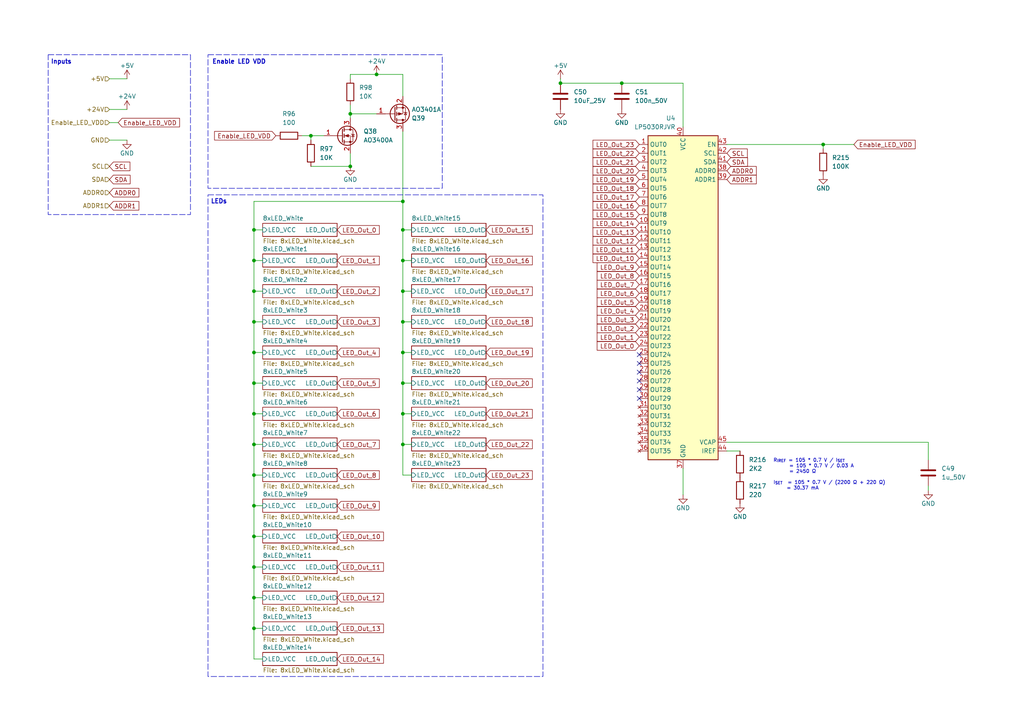
<source format=kicad_sch>
(kicad_sch (version 20231120) (generator "eeschema") (generator_version "8.0")
  (paper "A4")
  (lib_symbols
    (symbol "_C_0402:100n_50V" (pin_numbers hide) (pin_names (offset 0.254))
      (property "Reference" "C" (at 0.635 2.54 0))
      (property "Value" "100n_50V" (at 0.635 -2.54 0))
      (symbol "100n_50V_0_1"
        (polyline (pts (xy -2.032 -0.762) (xy 2.032 -0.762)) (stroke (width 0.508)))
        (polyline (pts (xy -2.032 0.762) (xy 2.032 0.762)) (stroke (width 0.508)))
      )
      (symbol "100n_50V_1_1"
        (pin passive line (at 0 3.81 270) (length 2.794) (name "~") (number "1"))
        (pin passive line (at 0 -3.81 90) (length 2.794) (name "~") (number "2"))
      )
    )
    (symbol "_C_0603:10uF_25V" (pin_numbers hide) (pin_names (offset 0.254))
      (property "Reference" "C" (at 0.635 2.54 0))
      (property "Value" "10uF_25V" (at 0.635 -2.54 0))
      (symbol "10uF_25V_0_1"
        (polyline (pts (xy -2.032 -0.762) (xy 2.032 -0.762)) (stroke (width 0.508)))
        (polyline (pts (xy -2.032 0.762) (xy 2.032 0.762)) (stroke (width 0.508)))
      )
      (symbol "10uF_25V_1_1"
        (pin passive line (at 0 3.81 270) (length 2.794) (name "~") (number "1"))
        (pin passive line (at 0 -3.81 90) (length 2.794) (name "~") (number "2"))
      )
    )
    (symbol "_C_0805:1u_50V" (pin_numbers hide) (pin_names (offset 0.254))
      (property "Reference" "C" (at 0.635 2.54 0))
      (property "Value" "1u_50V" (at 0.635 -2.54 0))
      (symbol "1u_50V_0_1"
        (polyline (pts (xy -2.032 -0.762) (xy 2.032 -0.762)) (stroke (width 0.508)))
        (polyline (pts (xy -2.032 0.762) (xy 2.032 0.762)) (stroke (width 0.508)))
      )
      (symbol "1u_50V_1_1"
        (pin passive line (at 0 3.81 270) (length 2.794) (name "~") (number "1"))
        (pin passive line (at 0 -3.81 90) (length 2.794) (name "~") (number "2"))
      )
    )
    (symbol "_Driver_LED:LP5030RJVR"
      (property "Reference" "U" (at -6.35 49.53 0))
      (property "Value" "LP5030RJVR" (at 6.35 49.53 0))
      (symbol "LP5030RJVR_0_1"
        (rectangle (start -10.16 48.26) (end 10.16 -45.72) (stroke (width 0.254)) (fill (type background)))
      )
      (symbol "LP5030RJVR_1_1"
        (pin power_out line (at 12.7 45.72 180) (length 2.54) (name "OUT0") (number "1"))
        (pin power_out line (at 12.7 22.86 180) (length 2.54) (name "OUT9") (number "10"))
        (pin power_out line (at 12.7 20.32 180) (length 2.54) (name "OUT10") (number "11"))
        (pin power_out line (at 12.7 17.78 180) (length 2.54) (name "OUT11") (number "12"))
        (pin power_out line (at 12.7 15.24 180) (length 2.54) (name "OUT12") (number "13"))
        (pin power_out line (at 12.7 12.7 180) (length 2.54) (name "OUT13") (number "14"))
        (pin power_out line (at 12.7 10.16 180) (length 2.54) (name "OUT14") (number "15"))
        (pin power_out line (at 12.7 7.62 180) (length 2.54) (name "OUT15") (number "16"))
        (pin power_out line (at 12.7 5.08 180) (length 2.54) (name "OUT16") (number "17"))
        (pin power_out line (at 12.7 2.54 180) (length 2.54) (name "OUT17") (number "18"))
        (pin power_out line (at 12.7 0 180) (length 2.54) (name "OUT18") (number "19"))
        (pin power_out line (at 12.7 43.18 180) (length 2.54) (name "OUT1") (number "2"))
        (pin power_out line (at 12.7 -2.54 180) (length 2.54) (name "OUT19") (number "20"))
        (pin power_out line (at 12.7 -5.08 180) (length 2.54) (name "OUT20") (number "21"))
        (pin power_out line (at 12.7 -7.62 180) (length 2.54) (name "OUT21") (number "22"))
        (pin power_out line (at 12.7 -10.16 180) (length 2.54) (name "OUT22") (number "23"))
        (pin power_out line (at 12.7 -12.7 180) (length 2.54) (name "OUT23") (number "24"))
        (pin power_out line (at 12.7 -15.24 180) (length 2.54) (name "OUT24") (number "25"))
        (pin power_out line (at 12.7 -17.78 180) (length 2.54) (name "OUT25") (number "26"))
        (pin power_out line (at 12.7 -20.32 180) (length 2.54) (name "OUT26") (number "27"))
        (pin power_out line (at 12.7 -22.86 180) (length 2.54) (name "OUT27") (number "28"))
        (pin power_out line (at 12.7 -25.4 180) (length 2.54) (name "OUT28") (number "29"))
        (pin power_out line (at 12.7 40.64 180) (length 2.54) (name "OUT2") (number "3"))
        (pin power_out line (at 12.7 -27.94 180) (length 2.54) (name "OUT29") (number "30"))
        (pin no_connect line (at 12.7 -30.48 180) (length 2.54) (name "OUT30") (number "31"))
        (pin no_connect line (at 12.7 -33.02 180) (length 2.54) (name "OUT31") (number "32"))
        (pin no_connect line (at 12.7 -35.56 180) (length 2.54) (name "OUT32") (number "33"))
        (pin no_connect line (at 12.7 -38.1 180) (length 2.54) (name "OUT33") (number "34"))
        (pin no_connect line (at 12.7 -40.64 180) (length 2.54) (name "OUT34") (number "35"))
        (pin no_connect line (at 12.7 -43.18 180) (length 2.54) (name "OUT35") (number "36"))
        (pin power_in line (at 0 -48.26 90) (length 2.54) (name "GND") (number "37"))
        (pin input line (at -12.7 38.1 0) (length 2.54) (name "ADDR0") (number "38"))
        (pin input line (at -12.7 35.56 0) (length 2.54) (name "ADDR1") (number "39"))
        (pin power_out line (at 12.7 38.1 180) (length 2.54) (name "OUT3") (number "4"))
        (pin power_in line (at 0 50.8 270) (length 2.54) (name "VCC") (number "40"))
        (pin bidirectional line (at -12.7 40.64 0) (length 2.54) (name "SDA") (number "41"))
        (pin input line (at -12.7 43.18 0) (length 2.54) (name "SCL") (number "42"))
        (pin input line (at -12.7 45.72 0) (length 2.54) (name "EN") (number "43"))
        (pin passive line (at -12.7 -43.18 0) (length 2.54) (name "IREF") (number "44"))
        (pin passive line (at -12.7 -40.64 0) (length 2.54) (name "VCAP") (number "45"))
        (pin passive line (at 0 -48.26 90) (length 2.54) hide (name "GND") (number "46"))
        (pin passive line (at 0 -48.26 90) (length 2.54) hide (name "GND") (number "47"))
        (pin power_out line (at 12.7 35.56 180) (length 2.54) (name "OUT4") (number "5"))
        (pin power_out line (at 12.7 33.02 180) (length 2.54) (name "OUT5") (number "6"))
        (pin power_out line (at 12.7 30.48 180) (length 2.54) (name "OUT6") (number "7"))
        (pin power_out line (at 12.7 27.94 180) (length 2.54) (name "OUT7") (number "8"))
        (pin power_out line (at 12.7 25.4 180) (length 2.54) (name "OUT8") (number "9"))
      )
    )
    (symbol "_R_0402:100" (pin_numbers hide) (pin_names (offset 0))
      (property "Reference" "R" (at 2.032 0 90))
      (property "Value" "100" (at 0 0 90))
      (symbol "100_0_1"
        (rectangle (start -1.016 -2.54) (end 1.016 2.54) (stroke (width 0.254)))
      )
      (symbol "100_1_1"
        (pin passive line (at 0 3.81 270) (length 1.27) (name "~") (number "1"))
        (pin passive line (at 0 -3.81 90) (length 1.27) (name "~") (number "2"))
      )
    )
    (symbol "_R_0402:100K" (pin_numbers hide) (pin_names (offset 0))
      (property "Reference" "R" (at 2.032 0 90))
      (property "Value" "100K" (at 0 0 90))
      (symbol "100K_0_1"
        (rectangle (start -1.016 -2.54) (end 1.016 2.54) (stroke (width 0.254)))
      )
      (symbol "100K_1_1"
        (pin passive line (at 0 3.81 270) (length 1.27) (name "~") (number "1"))
        (pin passive line (at 0 -3.81 90) (length 1.27) (name "~") (number "2"))
      )
    )
    (symbol "_R_0402:10K" (pin_numbers hide) (pin_names (offset 0))
      (property "Reference" "R" (at 2.032 0 90))
      (property "Value" "10K" (at 0 0 90))
      (symbol "10K_0_1"
        (rectangle (start -1.016 -2.54) (end 1.016 2.54) (stroke (width 0.254)))
      )
      (symbol "10K_1_1"
        (pin passive line (at 0 3.81 270) (length 1.27) (name "~") (number "1"))
        (pin passive line (at 0 -3.81 90) (length 1.27) (name "~") (number "2"))
      )
    )
    (symbol "_R_0402:220" (pin_numbers hide) (pin_names (offset 0))
      (property "Reference" "R" (at 2.032 0 90))
      (property "Value" "220" (at 0 0 90))
      (symbol "220_0_1"
        (rectangle (start -1.016 -2.54) (end 1.016 2.54) (stroke (width 0.254)))
      )
      (symbol "220_1_1"
        (pin passive line (at 0 3.81 270) (length 1.27) (name "~") (number "1"))
        (pin passive line (at 0 -3.81 90) (length 1.27) (name "~") (number "2"))
      )
    )
    (symbol "_R_0402:2K2" (pin_numbers hide) (pin_names (offset 0))
      (property "Reference" "R" (at 2.032 0 90))
      (property "Value" "2K2" (at 0 0 90))
      (symbol "2K2_0_1"
        (rectangle (start -1.016 -2.54) (end 1.016 2.54) (stroke (width 0.254)))
      )
      (symbol "2K2_1_1"
        (pin passive line (at 0 3.81 270) (length 1.27) (name "~") (number "1"))
        (pin passive line (at 0 -3.81 90) (length 1.27) (name "~") (number "2"))
      )
    )
    (symbol "_Transistor_FET:AO3400A" (pin_names hide)
      (property "Reference" "Q" (at 5.08 1.905 0))
      (property "Value" "AO3400A" (at 5.08 0 0))
      (symbol "AO3400A_0_1"
        (polyline (pts (xy 0.254 0) (xy -2.54 0)))
        (polyline (pts (xy 0.254 1.905) (xy 0.254 -1.905)) (stroke (width 0.254)))
        (polyline (pts (xy 0.762 -1.27) (xy 0.762 -2.286)) (stroke (width 0.254)))
        (polyline (pts (xy 0.762 0.508) (xy 0.762 -0.508)) (stroke (width 0.254)))
        (polyline (pts (xy 0.762 2.286) (xy 0.762 1.27)) (stroke (width 0.254)))
        (polyline (pts (xy 2.54 2.54) (xy 2.54 1.778)))
        (polyline (pts (xy 2.54 -2.54) (xy 2.54 0) (xy 0.762 0)))
        (polyline (pts (xy 0.762 -1.778) (xy 3.302 -1.778) (xy 3.302 1.778) (xy 0.762 1.778)))
        (polyline (pts (xy 1.016 0) (xy 2.032 0.381) (xy 2.032 -0.381) (xy 1.016 0)) (fill (type outline)))
        (polyline (pts (xy 2.794 0.508) (xy 2.921 0.381) (xy 3.683 0.381) (xy 3.81 0.254)))
        (polyline (pts (xy 3.302 0.381) (xy 2.921 -0.254) (xy 3.683 -0.254) (xy 3.302 0.381)))
        (circle (center 1.651 0) (radius 2.794) (stroke (width 0.254)))
        (circle (center 2.54 -1.778) (radius 0.254) (fill (type outline)))
        (circle (center 2.54 1.778) (radius 0.254) (fill (type outline)))
      )
      (symbol "AO3400A_1_1"
        (pin input line (at -5.08 0 0) (length 2.54) (name "G") (number "1"))
        (pin passive line (at 2.54 -5.08 90) (length 2.54) (name "S") (number "2"))
        (pin passive line (at 2.54 5.08 270) (length 2.54) (name "D") (number "3"))
      )
    )
    (symbol "_Transistor_FET:AO3401A" (pin_names hide)
      (property "Reference" "Q" (at 5.08 1.905 0))
      (property "Value" "AO3401A" (at 5.08 0 0))
      (symbol "AO3401A_0_1"
        (polyline (pts (xy 0.254 0) (xy -2.54 0)))
        (polyline (pts (xy 0.254 1.905) (xy 0.254 -1.905)) (stroke (width 0.254)))
        (polyline (pts (xy 0.762 -1.27) (xy 0.762 -2.286)) (stroke (width 0.254)))
        (polyline (pts (xy 0.762 0.508) (xy 0.762 -0.508)) (stroke (width 0.254)))
        (polyline (pts (xy 0.762 2.286) (xy 0.762 1.27)) (stroke (width 0.254)))
        (polyline (pts (xy 2.54 2.54) (xy 2.54 1.778)))
        (polyline (pts (xy 2.54 -2.54) (xy 2.54 0) (xy 0.762 0)))
        (polyline (pts (xy 0.762 1.778) (xy 3.302 1.778) (xy 3.302 -1.778) (xy 0.762 -1.778)))
        (polyline (pts (xy 2.286 0) (xy 1.27 0.381) (xy 1.27 -0.381) (xy 2.286 0)) (fill (type outline)))
        (polyline (pts (xy 2.794 -0.508) (xy 2.921 -0.381) (xy 3.683 -0.381) (xy 3.81 -0.254)))
        (polyline (pts (xy 3.302 -0.381) (xy 2.921 0.254) (xy 3.683 0.254) (xy 3.302 -0.381)))
        (circle (center 1.651 0) (radius 2.794) (stroke (width 0.254)))
        (circle (center 2.54 -1.778) (radius 0.254) (fill (type outline)))
        (circle (center 2.54 1.778) (radius 0.254) (fill (type outline)))
      )
      (symbol "AO3401A_1_1"
        (pin input line (at -5.08 0 0) (length 2.54) (name "G") (number "1"))
        (pin passive line (at 2.54 -5.08 90) (length 2.54) (name "S") (number "2"))
        (pin passive line (at 2.54 5.08 270) (length 2.54) (name "D") (number "3"))
      )
    )
    (symbol "power:+5V" (power) (pin_names (offset 0))
      (property "Value" "+5V" (at 0 3.556 0))
      (symbol "+5V_0_1"
        (polyline (pts (xy -0.762 1.27) (xy 0 2.54)))
        (polyline (pts (xy 0 0) (xy 0 2.54)))
        (polyline (pts (xy 0 2.54) (xy 0.762 1.27)))
      )
      (symbol "+5V_1_1"
        (pin power_in line (at 0 0 90) (length 0) hide (name "+5V") (number "1"))
      )
    )
    (symbol "power:GND" (power) (pin_names (offset 0))
      (property "Value" "GND" (at 0 -3.81 0))
      (symbol "GND_0_1"
        (polyline (pts (xy 0 0) (xy 0 -1.27) (xy 1.27 -1.27) (xy 0 -2.54) (xy -1.27 -1.27) (xy 0 -1.27)))
      )
      (symbol "GND_1_1"
        (pin power_in line (at 0 0 270) (length 0) hide (name "GND") (number "1"))
      )
    )
  )
  (junction (at 73.66 164.465))
  (junction (at 73.66 102.235))
  (junction (at 73.66 120.015))
  (junction (at 73.66 75.565))
  (junction (at 73.66 155.575))
  (junction (at 73.66 93.345))
  (junction (at 180.34 24.13))
  (junction (at 73.66 66.675))
  (junction (at 73.66 137.795))
  (junction (at 73.66 173.355))
  (junction (at 116.84 111.125))
  (junction (at 116.84 75.565))
  (junction (at 116.84 58.42))
  (junction (at 73.66 128.905))
  (junction (at 162.56 24.13))
  (junction (at 73.66 146.685))
  (junction (at 73.66 84.455))
  (junction (at 73.66 182.245))
  (junction (at 90.17 39.37))
  (junction (at 116.84 66.675))
  (junction (at 101.6 33.02))
  (junction (at 109.22 21.59))
  (junction (at 116.84 128.905))
  (junction (at 101.6 48.26))
  (junction (at 238.76 41.91))
  (junction (at 116.84 93.345))
  (junction (at 116.84 102.235))
  (junction (at 116.84 120.015))
  (junction (at 73.66 111.125))
  (junction (at 116.84 84.455))
  (no_connect (at 185.42 110.49))
  (no_connect (at 185.42 102.87))
  (no_connect (at 185.42 113.03))
  (no_connect (at 185.42 115.57))
  (no_connect (at 185.42 105.41))
  (no_connect (at 185.42 107.95))
  (wire (pts (xy 116.84 111.125) (xy 116.84 120.015)))
  (wire (pts (xy 101.6 44.45) (xy 101.6 48.26)))
  (wire (pts (xy 76.2 84.455) (xy 73.66 84.455)))
  (wire (pts (xy 116.84 38.1) (xy 116.84 58.42)))
  (wire (pts (xy 76.2 75.565) (xy 73.66 75.565)))
  (wire (pts (xy 73.66 155.575) (xy 73.66 164.465)))
  (wire (pts (xy 116.84 58.42) (xy 116.84 66.675)))
  (wire (pts (xy 269.24 128.27) (xy 210.82 128.27)))
  (wire (pts (xy 119.38 111.125) (xy 116.84 111.125)))
  (wire (pts (xy 119.38 84.455) (xy 116.84 84.455)))
  (wire (pts (xy 90.17 48.26) (xy 101.6 48.26)))
  (wire (pts (xy 119.38 137.795) (xy 116.84 137.795)))
  (wire (pts (xy 162.56 22.86) (xy 162.56 24.13)))
  (wire (pts (xy 101.6 33.02) (xy 109.22 33.02)))
  (wire (pts (xy 116.84 120.015) (xy 116.84 128.905)))
  (wire (pts (xy 76.2 146.685) (xy 73.66 146.685)))
  (wire (pts (xy 162.56 24.13) (xy 180.34 24.13)))
  (wire (pts (xy 76.2 164.465) (xy 73.66 164.465)))
  (wire (pts (xy 119.38 93.345) (xy 116.84 93.345)))
  (wire (pts (xy 198.12 143.51) (xy 198.12 135.89)))
  (wire (pts (xy 73.66 66.675) (xy 73.66 75.565)))
  (wire (pts (xy 31.75 22.86) (xy 36.83 22.86)))
  (wire (pts (xy 73.66 111.125) (xy 73.66 120.015)))
  (wire (pts (xy 238.76 41.91) (xy 247.65 41.91)))
  (wire (pts (xy 90.17 40.64) (xy 90.17 39.37)))
  (wire (pts (xy 119.38 120.015) (xy 116.84 120.015)))
  (wire (pts (xy 76.2 182.245) (xy 73.66 182.245)))
  (wire (pts (xy 73.66 137.795) (xy 73.66 146.685)))
  (wire (pts (xy 269.24 142.24) (xy 269.24 140.97)))
  (wire (pts (xy 269.24 133.35) (xy 269.24 128.27)))
  (wire (pts (xy 73.66 93.345) (xy 73.66 102.235)))
  (wire (pts (xy 116.84 21.59) (xy 116.84 27.94)))
  (wire (pts (xy 238.76 41.91) (xy 238.76 43.18)))
  (wire (pts (xy 76.2 111.125) (xy 73.66 111.125)))
  (wire (pts (xy 73.66 173.355) (xy 73.66 182.245)))
  (wire (pts (xy 76.2 128.905) (xy 73.66 128.905)))
  (wire (pts (xy 116.84 84.455) (xy 116.84 93.345)))
  (wire (pts (xy 76.2 173.355) (xy 73.66 173.355)))
  (wire (pts (xy 101.6 30.48) (xy 101.6 33.02)))
  (wire (pts (xy 36.83 40.64) (xy 31.75 40.64)))
  (wire (pts (xy 109.22 21.59) (xy 101.6 21.59)))
  (wire (pts (xy 73.66 146.685) (xy 73.66 155.575)))
  (wire (pts (xy 116.84 93.345) (xy 116.84 102.235)))
  (wire (pts (xy 73.66 58.42) (xy 73.66 66.675)))
  (wire (pts (xy 116.84 75.565) (xy 116.84 84.455)))
  (wire (pts (xy 76.2 155.575) (xy 73.66 155.575)))
  (wire (pts (xy 76.2 93.345) (xy 73.66 93.345)))
  (wire (pts (xy 119.38 128.905) (xy 116.84 128.905)))
  (wire (pts (xy 34.29 35.56) (xy 31.75 35.56)))
  (wire (pts (xy 76.2 191.135) (xy 73.66 191.135)))
  (wire (pts (xy 198.12 24.13) (xy 198.12 36.83)))
  (wire (pts (xy 87.63 39.37) (xy 90.17 39.37)))
  (wire (pts (xy 210.82 130.81) (xy 214.63 130.81)))
  (wire (pts (xy 180.34 24.13) (xy 198.12 24.13)))
  (wire (pts (xy 116.84 66.675) (xy 116.84 75.565)))
  (wire (pts (xy 31.75 31.75) (xy 36.83 31.75)))
  (wire (pts (xy 76.2 102.235) (xy 73.66 102.235)))
  (wire (pts (xy 76.2 137.795) (xy 73.66 137.795)))
  (wire (pts (xy 116.84 21.59) (xy 109.22 21.59)))
  (wire (pts (xy 116.84 102.235) (xy 116.84 111.125)))
  (wire (pts (xy 73.66 58.42) (xy 116.84 58.42)))
  (wire (pts (xy 90.17 39.37) (xy 93.98 39.37)))
  (wire (pts (xy 73.66 66.675) (xy 76.2 66.675)))
  (wire (pts (xy 119.38 102.235) (xy 116.84 102.235)))
  (wire (pts (xy 116.84 66.675) (xy 119.38 66.675)))
  (wire (pts (xy 210.82 41.91) (xy 238.76 41.91)))
  (wire (pts (xy 73.66 128.905) (xy 73.66 137.795)))
  (wire (pts (xy 73.66 191.135) (xy 73.66 182.245)))
  (wire (pts (xy 101.6 21.59) (xy 101.6 22.86)))
  (wire (pts (xy 73.66 84.455) (xy 73.66 93.345)))
  (wire (pts (xy 101.6 33.02) (xy 101.6 34.29)))
  (wire (pts (xy 116.84 128.905) (xy 116.84 137.795)))
  (wire (pts (xy 73.66 102.235) (xy 73.66 111.125)))
  (wire (pts (xy 73.66 164.465) (xy 73.66 173.355)))
  (wire (pts (xy 119.38 75.565) (xy 116.84 75.565)))
  (wire (pts (xy 76.2 120.015) (xy 73.66 120.015)))
  (wire (pts (xy 73.66 75.565) (xy 73.66 84.455)))
  (wire (pts (xy 73.66 120.015) (xy 73.66 128.905)))
  (rectangle (start 13.97 15.875) (end 55.245 62.23) (stroke (width 0) (type dash)))
  (rectangle (start 60.325 56.515) (end 157.48 196.215) (stroke (width 0) (type dash)))
  (rectangle (start 60.325 15.875) (end 128.27 54.61) (stroke (width 0) (type dash)))
  (text_box "R_{IREF} = 105 * 0.7 V / I_{SET} \n      = 105 * 0.7 V / 0.03 A \n      = 2450 Ω\n\nI_{SET}  = 105 * 0.7 V / (2200 Ω + 220 Ω) \n     = 30.37 mA" (at 223.52 132.08 0) (size 34.925 10.795) (stroke (width -0.0001)) (effects (font (size 1 1)) (justify left top)))
  (text "Enable LED VDD" (at 69.342 18.034 0) (effects (font (size 1.27 1.27) (thickness 0.254) (bold yes))))
  (text "Inputs" (at 17.78 18.034 0) (effects (font (size 1.27 1.27) (thickness 0.254) (bold yes))))
  (text "LEDs" (at 63.5 58.547 0) (effects (font (size 1.27 1.27) (thickness 0.254) (bold yes))))
  (global_label "LED_Out_0" (shape input) (at 97.79 66.675 0) (property "Intersheetrefs" "${INTERSHEET_REFS}" (effects (hide yes))))
  (global_label "ADDR1" (shape input) (at 31.75 59.69 0) (property "Intersheetrefs" "${INTERSHEET_REFS}" (effects (hide yes))))
  (global_label "LED_Out_5" (shape input) (at 97.79 111.125 0) (property "Intersheetrefs" "${INTERSHEET_REFS}" (effects (hide yes))))
  (global_label "LED_Out_16" (shape input) (at 140.97 75.565 0) (property "Intersheetrefs" "${INTERSHEET_REFS}" (effects (hide yes))))
  (global_label "LED_Out_23" (shape input) (at 140.97 137.795 0) (property "Intersheetrefs" "${INTERSHEET_REFS}" (effects (hide yes))))
  (global_label "LED_Out_0" (shape input) (at 185.42 100.33 180) (property "Intersheetrefs" "${INTERSHEET_REFS}" (effects (hide yes))))
  (global_label "LED_Out_12" (shape input) (at 185.42 69.85 180) (property "Intersheetrefs" "${INTERSHEET_REFS}" (effects (hide yes))))
  (global_label "LED_Out_14" (shape input) (at 97.79 191.135 0) (property "Intersheetrefs" "${INTERSHEET_REFS}" (effects (hide yes))))
  (global_label "LED_Out_14" (shape input) (at 185.42 64.77 180) (property "Intersheetrefs" "${INTERSHEET_REFS}" (effects (hide yes))))
  (global_label "SDA" (shape input) (at 31.75 52.07 0) (property "Intersheetrefs" "${INTERSHEET_REFS}" (effects (hide yes))))
  (global_label "SCL" (shape input) (at 31.75 48.26 0) (property "Intersheetrefs" "${INTERSHEET_REFS}" (effects (hide yes))))
  (global_label "LED_Out_22" (shape input) (at 185.42 44.45 180) (property "Intersheetrefs" "${INTERSHEET_REFS}" (effects (hide yes))))
  (global_label "Enable_LED_VDD" (shape input) (at 80.01 39.37 180) (property "Intersheetrefs" "${INTERSHEET_REFS}" (effects (hide yes))))
  (global_label "LED_Out_11" (shape input) (at 185.42 72.39 180) (property "Intersheetrefs" "${INTERSHEET_REFS}" (effects (hide yes))))
  (global_label "LED_Out_21" (shape input) (at 185.42 46.99 180) (property "Intersheetrefs" "${INTERSHEET_REFS}" (effects (hide yes))))
  (global_label "LED_Out_16" (shape input) (at 185.42 59.69 180) (property "Intersheetrefs" "${INTERSHEET_REFS}" (effects (hide yes))))
  (global_label "LED_Out_3" (shape input) (at 97.79 93.345 0) (property "Intersheetrefs" "${INTERSHEET_REFS}" (effects (hide yes))))
  (global_label "LED_Out_17" (shape input) (at 140.97 84.455 0) (property "Intersheetrefs" "${INTERSHEET_REFS}" (effects (hide yes))))
  (global_label "LED_Out_2" (shape input) (at 185.42 95.25 180) (property "Intersheetrefs" "${INTERSHEET_REFS}" (effects (hide yes))))
  (global_label "LED_Out_19" (shape input) (at 185.42 52.07 180) (property "Intersheetrefs" "${INTERSHEET_REFS}" (effects (hide yes))))
  (global_label "LED_Out_8" (shape input) (at 97.79 137.795 0) (property "Intersheetrefs" "${INTERSHEET_REFS}" (effects (hide yes))))
  (global_label "LED_Out_20" (shape input) (at 185.42 49.53 180) (property "Intersheetrefs" "${INTERSHEET_REFS}" (effects (hide yes))))
  (global_label "LED_Out_6" (shape input) (at 185.42 85.09 180) (property "Intersheetrefs" "${INTERSHEET_REFS}" (effects (hide yes))))
  (global_label "LED_Out_12" (shape input) (at 97.79 173.355 0) (property "Intersheetrefs" "${INTERSHEET_REFS}" (effects (hide yes))))
  (global_label "LED_Out_11" (shape input) (at 97.79 164.465 0) (property "Intersheetrefs" "${INTERSHEET_REFS}" (effects (hide yes))))
  (global_label "Enable_LED_VDD" (shape input) (at 34.29 35.56 0) (property "Intersheetrefs" "${INTERSHEET_REFS}" (effects (hide yes))))
  (global_label "SDA" (shape input) (at 210.82 46.99 0) (property "Intersheetrefs" "${INTERSHEET_REFS}" (effects (hide yes))))
  (global_label "LED_Out_7" (shape input) (at 185.42 82.55 180) (property "Intersheetrefs" "${INTERSHEET_REFS}" (effects (hide yes))))
  (global_label "LED_Out_7" (shape input) (at 97.79 128.905 0) (property "Intersheetrefs" "${INTERSHEET_REFS}" (effects (hide yes))))
  (global_label "LED_Out_8" (shape input) (at 185.42 80.01 180) (property "Intersheetrefs" "${INTERSHEET_REFS}" (effects (hide yes))))
  (global_label "SCL" (shape input) (at 210.82 44.45 0) (property "Intersheetrefs" "${INTERSHEET_REFS}" (effects (hide yes))))
  (global_label "LED_Out_21" (shape input) (at 140.97 120.015 0) (property "Intersheetrefs" "${INTERSHEET_REFS}" (effects (hide yes))))
  (global_label "LED_Out_15" (shape input) (at 140.97 66.675 0) (property "Intersheetrefs" "${INTERSHEET_REFS}" (effects (hide yes))))
  (global_label "LED_Out_13" (shape input) (at 185.42 67.31 180) (property "Intersheetrefs" "${INTERSHEET_REFS}" (effects (hide yes))))
  (global_label "LED_Out_3" (shape input) (at 185.42 92.71 180) (property "Intersheetrefs" "${INTERSHEET_REFS}" (effects (hide yes))))
  (global_label "LED_Out_10" (shape input) (at 97.79 155.575 0) (property "Intersheetrefs" "${INTERSHEET_REFS}" (effects (hide yes))))
  (global_label "LED_Out_19" (shape input) (at 140.97 102.235 0) (property "Intersheetrefs" "${INTERSHEET_REFS}" (effects (hide yes))))
  (global_label "ADDR0" (shape input) (at 31.75 55.88 0) (property "Intersheetrefs" "${INTERSHEET_REFS}" (effects (hide yes))))
  (global_label "ADDR1" (shape input) (at 210.82 52.07 0) (property "Intersheetrefs" "${INTERSHEET_REFS}" (effects (hide yes))))
  (global_label "LED_Out_22" (shape input) (at 140.97 128.905 0) (property "Intersheetrefs" "${INTERSHEET_REFS}" (effects (hide yes))))
  (global_label "LED_Out_18" (shape input) (at 185.42 54.61 180) (property "Intersheetrefs" "${INTERSHEET_REFS}" (effects (hide yes))))
  (global_label "LED_Out_15" (shape input) (at 185.42 62.23 180) (property "Intersheetrefs" "${INTERSHEET_REFS}" (effects (hide yes))))
  (global_label "LED_Out_17" (shape input) (at 185.42 57.15 180) (property "Intersheetrefs" "${INTERSHEET_REFS}" (effects (hide yes))))
  (global_label "LED_Out_4" (shape input) (at 185.42 90.17 180) (property "Intersheetrefs" "${INTERSHEET_REFS}" (effects (hide yes))))
  (global_label "LED_Out_20" (shape input) (at 140.97 111.125 0) (property "Intersheetrefs" "${INTERSHEET_REFS}" (effects (hide yes))))
  (global_label "LED_Out_23" (shape input) (at 185.42 41.91 180) (property "Intersheetrefs" "${INTERSHEET_REFS}" (effects (hide yes))))
  (global_label "LED_Out_9" (shape input) (at 185.42 77.47 180) (property "Intersheetrefs" "${INTERSHEET_REFS}" (effects (hide yes))))
  (global_label "LED_Out_2" (shape input) (at 97.79 84.455 0) (property "Intersheetrefs" "${INTERSHEET_REFS}" (effects (hide yes))))
  (global_label "LED_Out_13" (shape input) (at 97.79 182.245 0) (property "Intersheetrefs" "${INTERSHEET_REFS}" (effects (hide yes))))
  (global_label "LED_Out_10" (shape input) (at 185.42 74.93 180) (property "Intersheetrefs" "${INTERSHEET_REFS}" (effects (hide yes))))
  (global_label "LED_Out_6" (shape input) (at 97.79 120.015 0) (property "Intersheetrefs" "${INTERSHEET_REFS}" (effects (hide yes))))
  (global_label "LED_Out_4" (shape input) (at 97.79 102.235 0) (property "Intersheetrefs" "${INTERSHEET_REFS}" (effects (hide yes))))
  (global_label "LED_Out_5" (shape input) (at 185.42 87.63 180) (property "Intersheetrefs" "${INTERSHEET_REFS}" (effects (hide yes))))
  (global_label "ADDR0" (shape input) (at 210.82 49.53 0) (property "Intersheetrefs" "${INTERSHEET_REFS}" (effects (hide yes))))
  (global_label "Enable_LED_VDD" (shape input) (at 247.65 41.91 0) (property "Intersheetrefs" "${INTERSHEET_REFS}" (effects (hide yes))))
  (global_label "LED_Out_1" (shape input) (at 97.79 75.565 0) (property "Intersheetrefs" "${INTERSHEET_REFS}" (effects (hide yes))))
  (global_label "LED_Out_18" (shape input) (at 140.97 93.345 0) (property "Intersheetrefs" "${INTERSHEET_REFS}" (effects (hide yes))))
  (global_label "LED_Out_9" (shape input) (at 97.79 146.685 0) (property "Intersheetrefs" "${INTERSHEET_REFS}" (effects (hide yes))))
  (global_label "LED_Out_1" (shape input) (at 185.42 97.79 180) (property "Intersheetrefs" "${INTERSHEET_REFS}" (effects (hide yes))))
  (hierarchical_label "Enable_LED_VDD" (shape input) (at 31.75 35.56 180))
  (hierarchical_label "SCL" (shape input) (at 31.75 48.26 180))
  (hierarchical_label "+24V" (shape input) (at 31.75 31.75 180))
  (hierarchical_label "ADDR1" (shape input) (at 31.75 59.69 180))
  (hierarchical_label "GND" (shape input) (at 31.75 40.64 180))
  (hierarchical_label "SDA" (shape input) (at 31.75 52.07 180))
  (hierarchical_label "+5V" (shape input) (at 31.75 22.86 180))
  (hierarchical_label "ADDR0" (shape input) (at 31.75 55.88 180))
  (symbol (lib_id "power:+5V") (at 36.83 31.75 0) (unit 1)
    (property "Reference" "#PWR0168" (effects (hide yes)))
    (property "Value" "+24V" (at 36.83 27.94 0))
  )
  (symbol (lib_id "power:GND") (at 180.34 31.75 0) (unit 1)
    (property "Reference" "#PWR0174" (effects (hide yes)))
    (property "Value" "GND" (at 180.34 35.56 0))
  )
  (symbol (lib_id "_C_0402:100n_50V") (at 180.34 27.94 180) (unit 1)
    (property "Reference" "C51" (at 184.15 26.6699 0) (effects (justify right)))
    (property "Value" "100n_50V" (at 184.15 29.2099 0) (effects (justify right)))
    (property "Footprint" "Capacitor_SMD:C_0402_1005Metric" (effects (hide yes)))
    (property "Datasheet" "https://product.samsungsem.com/mlcc/CL05B104KB54PN.do" (effects (hide yes)))
    (property "MF" "Samsung Electro-Mechanics" (effects (hide yes)))
    (property "MPN" "CL05B104KB54PNC" (effects (hide yes)))
    (property "OC_LCSC" "C307331" (effects (hide yes)))
  )
  (symbol (lib_id "power:+5V") (at 36.83 22.86 0) (unit 1)
    (property "Reference" "#PWR0167" (effects (hide yes)))
    (property "Value" "+5V" (at 36.83 19.05 0))
  )
  (symbol (lib_id "power:GND") (at 198.12 143.51 0) (unit 1)
    (property "Reference" "#PWR0165" (effects (hide yes)))
    (property "Value" "GND" (at 198.12 147.32 0))
  )
  (symbol (lib_id "_R_0402:100") (at 83.82 39.37 90) (unit 1)
    (property "Reference" "R96" (at 83.82 33.02 90))
    (property "Value" "100" (at 83.82 35.56 90))
    (property "Footprint" "Resistor_SMD:R_0402_1005Metric" (effects (hide yes)))
    (property "Description" "Resistor 100 1% 62.5mW 50V 0402" (effects (hide yes)))
    (property "MF" "UNI-ROYAL" (effects (hide yes)))
    (property "MPN" "0402WGF1000TCE" (effects (hide yes)))
    (property "OC_LCSC" "C25076" (effects (hide yes)))
  )
  (symbol (lib_id "power:GND") (at 214.63 146.05 0) (unit 1)
    (property "Reference" "#PWR0176" (effects (hide yes)))
    (property "Value" "GND" (at 214.63 149.86 0))
  )
  (symbol (lib_id "_R_0402:10K") (at 101.6 26.67 0) (unit 1)
    (property "Reference" "R98" (at 104.14 25.3999 0) (effects (justify left)))
    (property "Value" "10K" (at 104.14 27.9399 0) (effects (justify left)))
    (property "Footprint" "Resistor_SMD:R_0402_1005Metric" (effects (hide yes)))
    (property "Description" "Resistor 10K 1% 62.5mW 50V 0402" (effects (hide yes)))
    (property "MF" "UNI-ROYAL" (effects (hide yes)))
    (property "MPN" "0402WGF1002TCE" (effects (hide yes)))
    (property "OC_LCSC" "C25744" (effects (hide yes)))
  )
  (symbol (lib_id "_Transistor_FET:AO3401A") (at 114.3 33.02 0) (mirror x) (unit 1)
    (property "Reference" "Q39" (at 119.38 34.29 0) (effects (justify left)))
    (property "Value" "AO3401A" (at 119.38 31.75 0) (effects (justify left)))
    (property "Footprint" "Package_TO_SOT_SMD:SOT-23" (effects (hide yes)))
    (property "Datasheet" "https://datasheet.lcsc.com/lcsc/1810171817_Alpha---Omega-Semicon-AO3401A_C15127.pdf" (effects (hide yes)))
    (property "Description" "30V 4A 44mΩ@10V,4.3A 1.4W P Channel SOT-23 MOSFET" (effects (hide yes)))
    (property "MF" "Alpha & Omega Semicon" (effects (hide yes)))
    (property "MPN" "AO3401A" (effects (hide yes)))
    (property "OC_LCSC" "C15127" (effects (hide yes)))
  )
  (symbol (lib_id "power:GND") (at 101.6 48.26 0) (unit 1)
    (property "Reference" "#PWR0166" (effects (hide yes)))
    (property "Value" "GND" (at 101.6 52.07 0))
  )
  (symbol (lib_id "_C_0603:10uF_25V") (at 162.56 27.94 0) (unit 1)
    (property "Reference" "C50" (at 166.37 26.6699 0) (effects (justify left)))
    (property "Value" "10uF_25V" (at 166.37 29.2099 0) (effects (justify left)))
    (property "Footprint" "Capacitor_SMD:C_0603_1608Metric" (effects (hide yes)))
    (property "Datasheet" "https://product.samsungsem.com/mlcc/CL10A106MA8NRN.do" (effects (hide yes)))
    (property "Description" "Capacitor 10uF 25V X5R 20% 0603" (effects (hide yes)))
    (property "MF" "Samsung Electro-Mechanics" (effects (hide yes)))
    (property "MPN" "CL10A106MA8NRNC" (effects (hide yes)))
    (property "OC_LCSC" "C96446" (effects (hide yes)))
  )
  (symbol (lib_id "_R_0402:2K2") (at 214.63 134.62 0) (unit 1)
    (property "Reference" "R216" (at 217.17 133.3499 0) (effects (justify left)))
    (property "Value" "2K2" (at 217.17 135.8899 0) (effects (justify left)))
    (property "Footprint" "Resistor_SMD:R_0402_1005Metric" (effects (hide yes)))
    (property "Description" "Resistor 2K2 1% 62.5mW 50V 0402" (effects (hide yes)))
    (property "MF" "UNI-ROYAL" (effects (hide yes)))
    (property "MPN" "0402WGF2201TCE" (effects (hide yes)))
    (property "OC_LCSC" "C25879" (effects (hide yes)))
  )
  (symbol (lib_id "power:+5V") (at 162.56 22.86 0) (unit 1)
    (property "Reference" "#PWR0171" (effects (hide yes)))
    (property "Value" "+5V" (at 162.56 19.05 0))
  )
  (symbol (lib_id "_R_0402:10K") (at 90.17 44.45 0) (unit 1)
    (property "Reference" "R97" (at 92.71 43.1799 0) (effects (justify left)))
    (property "Value" "10K" (at 92.71 45.7199 0) (effects (justify left)))
    (property "Footprint" "Resistor_SMD:R_0402_1005Metric" (effects (hide yes)))
    (property "Description" "Resistor 10K 1% 62.5mW 50V 0402" (effects (hide yes)))
    (property "MF" "UNI-ROYAL" (effects (hide yes)))
    (property "MPN" "0402WGF1002TCE" (effects (hide yes)))
    (property "OC_LCSC" "C25744" (effects (hide yes)))
  )
  (symbol (lib_id "power:GND") (at 269.24 142.24 0) (unit 1)
    (property "Reference" "#PWR0172" (effects (hide yes)))
    (property "Value" "GND" (at 269.24 146.05 0))
  )
  (symbol (lib_id "_C_0805:1u_50V") (at 269.24 137.16 0) (unit 1)
    (property "Reference" "C49" (at 273.05 135.8899 0) (effects (justify left)))
    (property "Value" "1u_50V" (at 273.05 138.4299 0) (effects (justify left)))
    (property "Footprint" "Capacitor_SMD:C_0805_2012Metric" (effects (hide yes)))
    (property "Datasheet" "https://product.samsungsem.com/mlcc/CL21B105KBFNNN.do" (effects (hide yes)))
    (property "Description" "Capacitor 1uF 50V X7R 10% 0805" (effects (hide yes)))
    (property "MF" "Samsung Electro-Mechanics" (effects (hide yes)))
    (property "MPN" "CL21B105KBFNNNE" (effects (hide yes)))
    (property "OC_LCSC" "C28323" (effects (hide yes)))
  )
  (symbol (lib_id "power:GND") (at 162.56 31.75 0) (unit 1)
    (property "Reference" "#PWR0173" (effects (hide yes)))
    (property "Value" "GND" (at 162.56 35.56 0))
  )
  (symbol (lib_id "_Transistor_FET:AO3400A") (at 99.06 39.37 0) (unit 1)
    (property "Reference" "Q38" (at 105.41 38.0999 0) (effects (justify left)))
    (property "Value" "AO3400A" (at 105.41 40.6399 0) (effects (justify left)))
    (property "Footprint" "Package_TO_SOT_SMD:SOT-23" (effects (hide yes)))
    (property "Datasheet" "https://datasheet.lcsc.com/lcsc/1811081213_Alpha---Omega-Semicon-AO3400A_C20917.pdf" (effects (hide yes)))
    (property "Description" "30V 5.7A 26.5mΩ@10V,5.7A 1.4W N Channel SOT-23-3L MOSFET" (effects (hide yes)))
    (property "MF" "Alpha & Omega Semicon" (effects (hide yes)))
    (property "MPN" "AO3400A" (effects (hide yes)))
    (property "OC_LCSC" "C20917" (effects (hide yes)))
  )
  (symbol (lib_id "_Driver_LED:LP5030RJVR") (at 198.12 87.63 0) (mirror y) (unit 1)
    (property "Reference" "U4" (at 195.9259 34.29 0) (effects (justify left)))
    (property "Value" "LP5030RJVR" (at 195.9259 36.83 0) (effects (justify left)))
    (property "Footprint" "Package_DFN_QFN:VQFN-46-1EP_5x6mm_P0.4mm_EP2.8x3.8mm" (effects (hide yes)))
    (property "Datasheet" "https://www.ti.com/lit/ds/symlink/lp5030.pdf" (effects (hide yes)))
    (property "Description" "30-Channel 12-Bit PWM Ultra-low Quiescent Current I2C RGB LED Driver" (effects (hide yes)))
    (property "MF" "TI" (effects (hide yes)))
    (property "MPN" "LP5030RJVR" (effects (hide yes)))
    (property "OC_LCSC" "C1850306" (effects (hide yes)))
  )
  (symbol (lib_id "power:GND") (at 36.83 40.64 0) (unit 1)
    (property "Reference" "#PWR0170" (effects (hide yes)))
    (property "Value" "GND" (at 36.83 44.45 0))
  )
  (symbol (lib_id "power:+5V") (at 109.22 21.59 0) (unit 1)
    (property "Reference" "#PWR0169" (effects (hide yes)))
    (property "Value" "+24V" (at 109.22 17.78 0))
  )
  (symbol (lib_id "_R_0402:100K") (at 238.76 46.99 180) (unit 1)
    (property "Reference" "R215" (at 241.3 45.7199 0) (effects (justify right)))
    (property "Value" "100K" (at 241.3 48.2599 0) (effects (justify right)))
    (property "Footprint" "Resistor_SMD:R_0402_1005Metric" (effects (hide yes)))
    (property "Description" "Resistor 100K 1% 62.5mW 50V 0402" (effects (hide yes)))
    (property "MF" "UNI-ROYAL" (effects (hide yes)))
    (property "MPN" "0402WGF1003TCE" (effects (hide yes)))
    (property "OC_LCSC" "C25741" (effects (hide yes)))
  )
  (symbol (lib_id "power:GND") (at 238.76 50.8 0) (unit 1)
    (property "Reference" "#PWR0175" (effects (hide yes)))
    (property "Value" "GND" (at 238.76 54.61 0))
  )
  (symbol (lib_id "_R_0402:220") (at 214.63 142.24 0) (unit 1)
    (property "Reference" "R217" (at 217.17 140.9699 0) (effects (justify left)))
    (property "Value" "220" (at 217.17 143.5099 0) (effects (justify left)))
    (property "Footprint" "Resistor_SMD:R_0402_1005Metric" (effects (hide yes)))
    (property "Description" "Resistor 220 1% 62.5mW 50V 0402" (effects (hide yes)))
    (property "MF" "UNI-ROYAL" (effects (hide yes)))
    (property "MPN" "0402WGF2200TCE" (effects (hide yes)))
    (property "OC_LCSC" "C25091" (effects (hide yes)))
  )
  (sheet (at 119.38 64.77) (size 21.59 3.81) (stroke (width 0.1524))
    (property "Sheetname" "8xLED_White15" (at 119.38 64.0584 0) (effects (justify left bottom)))
    (property "Sheetfile" "8xLED_White.kicad_sch" (at 119.38 69.1646 0) (effects (justify left top)))
    (pin "LED_Out" output (at 140.97 66.675 0))
    (pin "LED_VCC" input (at 119.38 66.675 180))
  )
  (sheet (at 76.2 100.33) (size 21.59 3.81) (stroke (width 0.1524))
    (property "Sheetname" "8xLED_White4" (at 76.2 99.6184 0) (effects (justify left bottom)))
    (property "Sheetfile" "8xLED_White.kicad_sch" (at 76.2 104.7246 0) (effects (justify left top)))
    (pin "LED_Out" output (at 97.79 102.235 0))
    (pin "LED_VCC" input (at 76.2 102.235 180))
  )
  (sheet (at 76.2 82.55) (size 21.59 3.81) (stroke (width 0.1524))
    (property "Sheetname" "8xLED_White2" (at 76.2 81.8384 0) (effects (justify left bottom)))
    (property "Sheetfile" "8xLED_White.kicad_sch" (at 76.2 86.9446 0) (effects (justify left top)))
    (pin "LED_Out" output (at 97.79 84.455 0))
    (pin "LED_VCC" input (at 76.2 84.455 180))
  )
  (sheet (at 119.38 82.55) (size 21.59 3.81) (stroke (width 0.1524))
    (property "Sheetname" "8xLED_White17" (at 119.38 81.8384 0) (effects (justify left bottom)))
    (property "Sheetfile" "8xLED_White.kicad_sch" (at 119.38 86.9446 0) (effects (justify left top)))
    (pin "LED_Out" output (at 140.97 84.455 0))
    (pin "LED_VCC" input (at 119.38 84.455 180))
  )
  (sheet (at 119.38 135.89) (size 21.59 3.81) (stroke (width 0.1524))
    (property "Sheetname" "8xLED_White23" (at 119.38 135.1784 0) (effects (justify left bottom)))
    (property "Sheetfile" "8xLED_White.kicad_sch" (at 119.38 140.2846 0) (effects (justify left top)))
    (pin "LED_Out" output (at 140.97 137.795 0))
    (pin "LED_VCC" input (at 119.38 137.795 180))
  )
  (sheet (at 76.2 171.45) (size 21.59 3.81) (stroke (width 0.1524))
    (property "Sheetname" "8xLED_White12" (at 76.2 170.7384 0) (effects (justify left bottom)))
    (property "Sheetfile" "8xLED_White.kicad_sch" (at 76.2 175.8446 0) (effects (justify left top)))
    (pin "LED_Out" output (at 97.79 173.355 0))
    (pin "LED_VCC" input (at 76.2 173.355 180))
  )
  (sheet (at 119.38 109.22) (size 21.59 3.81) (stroke (width 0.1524))
    (property "Sheetname" "8xLED_White20" (at 119.38 108.5084 0) (effects (justify left bottom)))
    (property "Sheetfile" "8xLED_White.kicad_sch" (at 119.38 113.6146 0) (effects (justify left top)))
    (pin "LED_Out" output (at 140.97 111.125 0))
    (pin "LED_VCC" input (at 119.38 111.125 180))
  )
  (sheet (at 119.38 118.11) (size 21.59 3.81) (stroke (width 0.1524))
    (property "Sheetname" "8xLED_White21" (at 119.38 117.3984 0) (effects (justify left bottom)))
    (property "Sheetfile" "8xLED_White.kicad_sch" (at 119.38 122.5046 0) (effects (justify left top)))
    (pin "LED_Out" output (at 140.97 120.015 0))
    (pin "LED_VCC" input (at 119.38 120.015 180))
  )
  (sheet (at 76.2 189.23) (size 21.59 3.81) (stroke (width 0.1524))
    (property "Sheetname" "8xLED_White14" (at 76.2 188.5184 0) (effects (justify left bottom)))
    (property "Sheetfile" "8xLED_White.kicad_sch" (at 76.2 193.6246 0) (effects (justify left top)))
    (pin "LED_Out" output (at 97.79 191.135 0))
    (pin "LED_VCC" input (at 76.2 191.135 180))
  )
  (sheet (at 76.2 153.67) (size 21.59 3.81) (stroke (width 0.1524))
    (property "Sheetname" "8xLED_White10" (at 76.2 152.9584 0) (effects (justify left bottom)))
    (property "Sheetfile" "8xLED_White.kicad_sch" (at 76.2 158.0646 0) (effects (justify left top)))
    (pin "LED_Out" output (at 97.79 155.575 0))
    (pin "LED_VCC" input (at 76.2 155.575 180))
  )
  (sheet (at 76.2 64.77) (size 21.59 3.81) (stroke (width 0.1524))
    (property "Sheetname" "8xLED_White" (at 76.2 64.0584 0) (effects (justify left bottom)))
    (property "Sheetfile" "8xLED_White.kicad_sch" (at 76.2 69.1646 0) (effects (justify left top)))
    (pin "LED_Out" output (at 97.79 66.675 0))
    (pin "LED_VCC" input (at 76.2 66.675 180))
  )
  (sheet (at 119.38 73.66) (size 21.59 3.81) (stroke (width 0.1524))
    (property "Sheetname" "8xLED_White16" (at 119.38 72.9484 0) (effects (justify left bottom)))
    (property "Sheetfile" "8xLED_White.kicad_sch" (at 119.38 78.0546 0) (effects (justify left top)))
    (pin "LED_Out" output (at 140.97 75.565 0))
    (pin "LED_VCC" input (at 119.38 75.565 180))
  )
  (sheet (at 76.2 118.11) (size 21.59 3.81) (stroke (width 0.1524))
    (property "Sheetname" "8xLED_White6" (at 76.2 117.3984 0) (effects (justify left bottom)))
    (property "Sheetfile" "8xLED_White.kicad_sch" (at 76.2 122.5046 0) (effects (justify left top)))
    (pin "LED_Out" output (at 97.79 120.015 0))
    (pin "LED_VCC" input (at 76.2 120.015 180))
  )
  (sheet (at 119.38 100.33) (size 21.59 3.81) (stroke (width 0.1524))
    (property "Sheetname" "8xLED_White19" (at 119.38 99.6184 0) (effects (justify left bottom)))
    (property "Sheetfile" "8xLED_White.kicad_sch" (at 119.38 104.7246 0) (effects (justify left top)))
    (pin "LED_Out" output (at 140.97 102.235 0))
    (pin "LED_VCC" input (at 119.38 102.235 180))
  )
  (sheet (at 76.2 73.66) (size 21.59 3.81) (stroke (width 0.1524))
    (property "Sheetname" "8xLED_White1" (at 76.2 72.9484 0) (effects (justify left bottom)))
    (property "Sheetfile" "8xLED_White.kicad_sch" (at 76.2 78.0546 0) (effects (justify left top)))
    (pin "LED_Out" output (at 97.79 75.565 0))
    (pin "LED_VCC" input (at 76.2 75.565 180))
  )
  (sheet (at 76.2 127) (size 21.59 3.81) (stroke (width 0.1524))
    (property "Sheetname" "8xLED_White7" (at 76.2 126.2884 0) (effects (justify left bottom)))
    (property "Sheetfile" "8xLED_White.kicad_sch" (at 76.2 131.3946 0) (effects (justify left top)))
    (pin "LED_Out" output (at 97.79 128.905 0))
    (pin "LED_VCC" input (at 76.2 128.905 180))
  )
  (sheet (at 76.2 91.44) (size 21.59 3.81) (stroke (width 0.1524))
    (property "Sheetname" "8xLED_White3" (at 76.2 90.7284 0) (effects (justify left bottom)))
    (property "Sheetfile" "8xLED_White.kicad_sch" (at 76.2 95.8346 0) (effects (justify left top)))
    (pin "LED_Out" output (at 97.79 93.345 0))
    (pin "LED_VCC" input (at 76.2 93.345 180))
  )
  (sheet (at 76.2 135.89) (size 21.59 3.81) (stroke (width 0.1524))
    (property "Sheetname" "8xLED_White8" (at 76.2 135.1784 0) (effects (justify left bottom)))
    (property "Sheetfile" "8xLED_White.kicad_sch" (at 76.2 140.2846 0) (effects (justify left top)))
    (pin "LED_Out" output (at 97.79 137.795 0))
    (pin "LED_VCC" input (at 76.2 137.795 180))
  )
  (sheet (at 119.38 127) (size 21.59 3.81) (stroke (width 0.1524))
    (property "Sheetname" "8xLED_White22" (at 119.38 126.2884 0) (effects (justify left bottom)))
    (property "Sheetfile" "8xLED_White.kicad_sch" (at 119.38 131.3946 0) (effects (justify left top)))
    (pin "LED_Out" output (at 140.97 128.905 0))
    (pin "LED_VCC" input (at 119.38 128.905 180))
  )
  (sheet (at 76.2 109.22) (size 21.59 3.81) (stroke (width 0.1524))
    (property "Sheetname" "8xLED_White5" (at 76.2 108.5084 0) (effects (justify left bottom)))
    (property "Sheetfile" "8xLED_White.kicad_sch" (at 76.2 113.6146 0) (effects (justify left top)))
    (pin "LED_Out" output (at 97.79 111.125 0))
    (pin "LED_VCC" input (at 76.2 111.125 180))
  )
  (sheet (at 76.2 162.56) (size 21.59 3.81) (stroke (width 0.1524))
    (property "Sheetname" "8xLED_White11" (at 76.2 161.8484 0) (effects (justify left bottom)))
    (property "Sheetfile" "8xLED_White.kicad_sch" (at 76.2 166.9546 0) (effects (justify left top)))
    (pin "LED_Out" output (at 97.79 164.465 0))
    (pin "LED_VCC" input (at 76.2 164.465 180))
  )
  (sheet (at 119.38 91.44) (size 21.59 3.81) (stroke (width 0.1524))
    (property "Sheetname" "8xLED_White18" (at 119.38 90.7284 0) (effects (justify left bottom)))
    (property "Sheetfile" "8xLED_White.kicad_sch" (at 119.38 95.8346 0) (effects (justify left top)))
    (pin "LED_Out" output (at 140.97 93.345 0))
    (pin "LED_VCC" input (at 119.38 93.345 180))
  )
  (sheet (at 76.2 144.78) (size 21.59 3.81) (stroke (width 0.1524))
    (property "Sheetname" "8xLED_White9" (at 76.2 144.0684 0) (effects (justify left bottom)))
    (property "Sheetfile" "8xLED_White.kicad_sch" (at 76.2 149.1746 0) (effects (justify left top)))
    (pin "LED_Out" output (at 97.79 146.685 0))
    (pin "LED_VCC" input (at 76.2 146.685 180))
  )
  (sheet (at 76.2 180.34) (size 21.59 3.81) (stroke (width 0.1524))
    (property "Sheetname" "8xLED_White13" (at 76.2 179.6284 0) (effects (justify left bottom)))
    (property "Sheetfile" "8xLED_White.kicad_sch" (at 76.2 184.7346 0) (effects (justify left top)))
    (pin "LED_Out" output (at 97.79 182.245 0))
    (pin "LED_VCC" input (at 76.2 182.245 180))
  )
)
</source>
